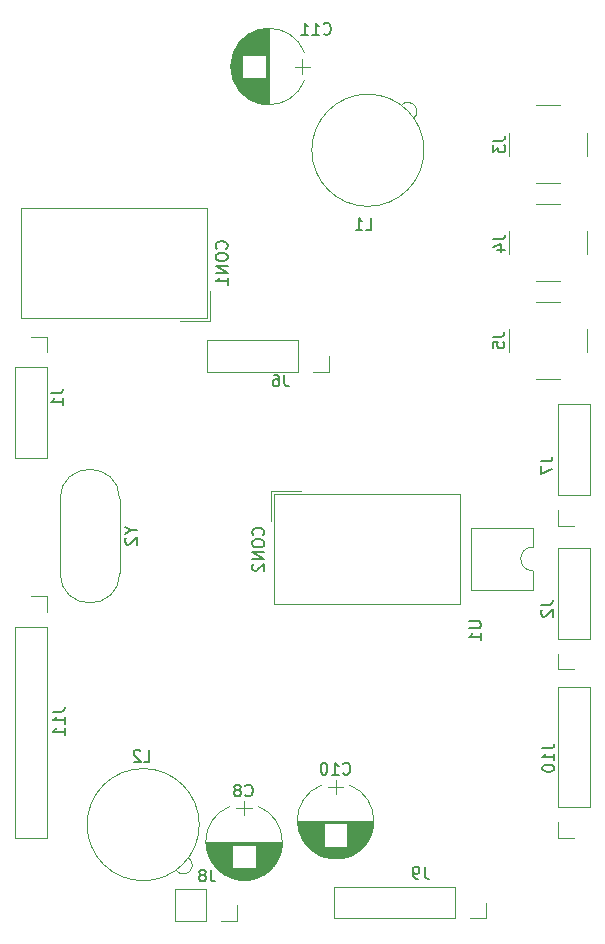
<source format=gbo>
G04 #@! TF.FileFunction,Legend,Bot*
%FSLAX46Y46*%
G04 Gerber Fmt 4.6, Leading zero omitted, Abs format (unit mm)*
G04 Created by KiCad (PCBNEW 4.0.7) date 05/26/22 10:22:03*
%MOMM*%
%LPD*%
G01*
G04 APERTURE LIST*
%ADD10C,0.100000*%
%ADD11C,0.120000*%
%ADD12C,0.150000*%
G04 APERTURE END LIST*
D10*
D11*
X129710000Y-100930000D02*
X129710000Y-98270000D01*
X139930000Y-100930000D02*
X129710000Y-100930000D01*
X139930000Y-98270000D02*
X129710000Y-98270000D01*
X139930000Y-100930000D02*
X139930000Y-98270000D01*
X141200000Y-100930000D02*
X142530000Y-100930000D01*
X142530000Y-100930000D02*
X142530000Y-99600000D01*
X146480000Y-69490000D02*
G75*
G03X146480000Y-71490000I0J-1000000D01*
G01*
X146480000Y-71490000D02*
X146480000Y-73140000D01*
X146480000Y-73140000D02*
X141280000Y-73140000D01*
X141280000Y-73140000D02*
X141280000Y-67840000D01*
X141280000Y-67840000D02*
X146480000Y-67840000D01*
X146480000Y-67840000D02*
X146480000Y-69490000D01*
X118950000Y-54630000D02*
X118950000Y-51970000D01*
X126630000Y-54630000D02*
X118950000Y-54630000D01*
X126630000Y-51970000D02*
X118950000Y-51970000D01*
X126630000Y-54630000D02*
X126630000Y-51970000D01*
X127900000Y-54630000D02*
X129230000Y-54630000D01*
X129230000Y-54630000D02*
X129230000Y-53300000D01*
X120870864Y-97467820D02*
G75*
G02X120870000Y-91432518I1179136J3017820D01*
G01*
X123229136Y-97467820D02*
G75*
G03X123230000Y-91432518I-1179136J3017820D01*
G01*
X123229136Y-97467820D02*
G75*
G02X120870000Y-97467482I-1179136J3017820D01*
G01*
X118850000Y-94450000D02*
X125250000Y-94450000D01*
X118850000Y-94490000D02*
X125250000Y-94490000D01*
X118850000Y-94530000D02*
X125250000Y-94530000D01*
X118852000Y-94570000D02*
X125248000Y-94570000D01*
X118853000Y-94610000D02*
X125247000Y-94610000D01*
X118856000Y-94650000D02*
X125244000Y-94650000D01*
X118858000Y-94690000D02*
X125242000Y-94690000D01*
X118862000Y-94730000D02*
X121070000Y-94730000D01*
X123030000Y-94730000D02*
X125238000Y-94730000D01*
X118865000Y-94770000D02*
X121070000Y-94770000D01*
X123030000Y-94770000D02*
X125235000Y-94770000D01*
X118870000Y-94810000D02*
X121070000Y-94810000D01*
X123030000Y-94810000D02*
X125230000Y-94810000D01*
X118874000Y-94850000D02*
X121070000Y-94850000D01*
X123030000Y-94850000D02*
X125226000Y-94850000D01*
X118880000Y-94890000D02*
X121070000Y-94890000D01*
X123030000Y-94890000D02*
X125220000Y-94890000D01*
X118885000Y-94930000D02*
X121070000Y-94930000D01*
X123030000Y-94930000D02*
X125215000Y-94930000D01*
X118892000Y-94970000D02*
X121070000Y-94970000D01*
X123030000Y-94970000D02*
X125208000Y-94970000D01*
X118898000Y-95010000D02*
X121070000Y-95010000D01*
X123030000Y-95010000D02*
X125202000Y-95010000D01*
X118906000Y-95050000D02*
X121070000Y-95050000D01*
X123030000Y-95050000D02*
X125194000Y-95050000D01*
X118913000Y-95090000D02*
X121070000Y-95090000D01*
X123030000Y-95090000D02*
X125187000Y-95090000D01*
X118922000Y-95130000D02*
X121070000Y-95130000D01*
X123030000Y-95130000D02*
X125178000Y-95130000D01*
X118931000Y-95171000D02*
X121070000Y-95171000D01*
X123030000Y-95171000D02*
X125169000Y-95171000D01*
X118940000Y-95211000D02*
X121070000Y-95211000D01*
X123030000Y-95211000D02*
X125160000Y-95211000D01*
X118950000Y-95251000D02*
X121070000Y-95251000D01*
X123030000Y-95251000D02*
X125150000Y-95251000D01*
X118960000Y-95291000D02*
X121070000Y-95291000D01*
X123030000Y-95291000D02*
X125140000Y-95291000D01*
X118971000Y-95331000D02*
X121070000Y-95331000D01*
X123030000Y-95331000D02*
X125129000Y-95331000D01*
X118983000Y-95371000D02*
X121070000Y-95371000D01*
X123030000Y-95371000D02*
X125117000Y-95371000D01*
X118995000Y-95411000D02*
X121070000Y-95411000D01*
X123030000Y-95411000D02*
X125105000Y-95411000D01*
X119008000Y-95451000D02*
X121070000Y-95451000D01*
X123030000Y-95451000D02*
X125092000Y-95451000D01*
X119021000Y-95491000D02*
X121070000Y-95491000D01*
X123030000Y-95491000D02*
X125079000Y-95491000D01*
X119035000Y-95531000D02*
X121070000Y-95531000D01*
X123030000Y-95531000D02*
X125065000Y-95531000D01*
X119049000Y-95571000D02*
X121070000Y-95571000D01*
X123030000Y-95571000D02*
X125051000Y-95571000D01*
X119064000Y-95611000D02*
X121070000Y-95611000D01*
X123030000Y-95611000D02*
X125036000Y-95611000D01*
X119080000Y-95651000D02*
X121070000Y-95651000D01*
X123030000Y-95651000D02*
X125020000Y-95651000D01*
X119096000Y-95691000D02*
X121070000Y-95691000D01*
X123030000Y-95691000D02*
X125004000Y-95691000D01*
X119113000Y-95731000D02*
X121070000Y-95731000D01*
X123030000Y-95731000D02*
X124987000Y-95731000D01*
X119131000Y-95771000D02*
X121070000Y-95771000D01*
X123030000Y-95771000D02*
X124969000Y-95771000D01*
X119149000Y-95811000D02*
X121070000Y-95811000D01*
X123030000Y-95811000D02*
X124951000Y-95811000D01*
X119168000Y-95851000D02*
X121070000Y-95851000D01*
X123030000Y-95851000D02*
X124932000Y-95851000D01*
X119187000Y-95891000D02*
X121070000Y-95891000D01*
X123030000Y-95891000D02*
X124913000Y-95891000D01*
X119207000Y-95931000D02*
X121070000Y-95931000D01*
X123030000Y-95931000D02*
X124893000Y-95931000D01*
X119228000Y-95971000D02*
X121070000Y-95971000D01*
X123030000Y-95971000D02*
X124872000Y-95971000D01*
X119250000Y-96011000D02*
X121070000Y-96011000D01*
X123030000Y-96011000D02*
X124850000Y-96011000D01*
X119272000Y-96051000D02*
X121070000Y-96051000D01*
X123030000Y-96051000D02*
X124828000Y-96051000D01*
X119295000Y-96091000D02*
X121070000Y-96091000D01*
X123030000Y-96091000D02*
X124805000Y-96091000D01*
X119319000Y-96131000D02*
X121070000Y-96131000D01*
X123030000Y-96131000D02*
X124781000Y-96131000D01*
X119344000Y-96171000D02*
X121070000Y-96171000D01*
X123030000Y-96171000D02*
X124756000Y-96171000D01*
X119369000Y-96211000D02*
X121070000Y-96211000D01*
X123030000Y-96211000D02*
X124731000Y-96211000D01*
X119396000Y-96251000D02*
X121070000Y-96251000D01*
X123030000Y-96251000D02*
X124704000Y-96251000D01*
X119423000Y-96291000D02*
X121070000Y-96291000D01*
X123030000Y-96291000D02*
X124677000Y-96291000D01*
X119451000Y-96331000D02*
X121070000Y-96331000D01*
X123030000Y-96331000D02*
X124649000Y-96331000D01*
X119480000Y-96371000D02*
X121070000Y-96371000D01*
X123030000Y-96371000D02*
X124620000Y-96371000D01*
X119510000Y-96411000D02*
X121070000Y-96411000D01*
X123030000Y-96411000D02*
X124590000Y-96411000D01*
X119540000Y-96451000D02*
X121070000Y-96451000D01*
X123030000Y-96451000D02*
X124560000Y-96451000D01*
X119572000Y-96491000D02*
X121070000Y-96491000D01*
X123030000Y-96491000D02*
X124528000Y-96491000D01*
X119605000Y-96531000D02*
X121070000Y-96531000D01*
X123030000Y-96531000D02*
X124495000Y-96531000D01*
X119639000Y-96571000D02*
X121070000Y-96571000D01*
X123030000Y-96571000D02*
X124461000Y-96571000D01*
X119675000Y-96611000D02*
X121070000Y-96611000D01*
X123030000Y-96611000D02*
X124425000Y-96611000D01*
X119711000Y-96651000D02*
X121070000Y-96651000D01*
X123030000Y-96651000D02*
X124389000Y-96651000D01*
X119749000Y-96691000D02*
X124351000Y-96691000D01*
X119788000Y-96731000D02*
X124312000Y-96731000D01*
X119828000Y-96771000D02*
X124272000Y-96771000D01*
X119870000Y-96811000D02*
X124230000Y-96811000D01*
X119913000Y-96851000D02*
X124187000Y-96851000D01*
X119958000Y-96891000D02*
X124142000Y-96891000D01*
X120005000Y-96931000D02*
X124095000Y-96931000D01*
X120053000Y-96971000D02*
X124047000Y-96971000D01*
X120104000Y-97011000D02*
X123996000Y-97011000D01*
X120156000Y-97051000D02*
X123944000Y-97051000D01*
X120211000Y-97091000D02*
X123889000Y-97091000D01*
X120269000Y-97131000D02*
X123831000Y-97131000D01*
X120329000Y-97171000D02*
X123771000Y-97171000D01*
X120392000Y-97211000D02*
X123708000Y-97211000D01*
X120459000Y-97251000D02*
X123641000Y-97251000D01*
X120530000Y-97291000D02*
X123570000Y-97291000D01*
X120605000Y-97331000D02*
X123495000Y-97331000D01*
X120686000Y-97371000D02*
X123414000Y-97371000D01*
X120772000Y-97411000D02*
X123328000Y-97411000D01*
X120866000Y-97451000D02*
X123234000Y-97451000D01*
X120969000Y-97491000D02*
X123131000Y-97491000D01*
X121084000Y-97531000D02*
X123016000Y-97531000D01*
X121216000Y-97571000D02*
X122884000Y-97571000D01*
X121374000Y-97611000D02*
X122726000Y-97611000D01*
X121582000Y-97651000D02*
X122518000Y-97651000D01*
X122050000Y-91000000D02*
X122050000Y-92200000D01*
X121400000Y-91600000D02*
X122700000Y-91600000D01*
X128620864Y-95667820D02*
G75*
G02X128620000Y-89632518I1179136J3017820D01*
G01*
X130979136Y-95667820D02*
G75*
G03X130980000Y-89632518I-1179136J3017820D01*
G01*
X130979136Y-95667820D02*
G75*
G02X128620000Y-95667482I-1179136J3017820D01*
G01*
X126600000Y-92650000D02*
X133000000Y-92650000D01*
X126600000Y-92690000D02*
X133000000Y-92690000D01*
X126600000Y-92730000D02*
X133000000Y-92730000D01*
X126602000Y-92770000D02*
X132998000Y-92770000D01*
X126603000Y-92810000D02*
X132997000Y-92810000D01*
X126606000Y-92850000D02*
X132994000Y-92850000D01*
X126608000Y-92890000D02*
X132992000Y-92890000D01*
X126612000Y-92930000D02*
X128820000Y-92930000D01*
X130780000Y-92930000D02*
X132988000Y-92930000D01*
X126615000Y-92970000D02*
X128820000Y-92970000D01*
X130780000Y-92970000D02*
X132985000Y-92970000D01*
X126620000Y-93010000D02*
X128820000Y-93010000D01*
X130780000Y-93010000D02*
X132980000Y-93010000D01*
X126624000Y-93050000D02*
X128820000Y-93050000D01*
X130780000Y-93050000D02*
X132976000Y-93050000D01*
X126630000Y-93090000D02*
X128820000Y-93090000D01*
X130780000Y-93090000D02*
X132970000Y-93090000D01*
X126635000Y-93130000D02*
X128820000Y-93130000D01*
X130780000Y-93130000D02*
X132965000Y-93130000D01*
X126642000Y-93170000D02*
X128820000Y-93170000D01*
X130780000Y-93170000D02*
X132958000Y-93170000D01*
X126648000Y-93210000D02*
X128820000Y-93210000D01*
X130780000Y-93210000D02*
X132952000Y-93210000D01*
X126656000Y-93250000D02*
X128820000Y-93250000D01*
X130780000Y-93250000D02*
X132944000Y-93250000D01*
X126663000Y-93290000D02*
X128820000Y-93290000D01*
X130780000Y-93290000D02*
X132937000Y-93290000D01*
X126672000Y-93330000D02*
X128820000Y-93330000D01*
X130780000Y-93330000D02*
X132928000Y-93330000D01*
X126681000Y-93371000D02*
X128820000Y-93371000D01*
X130780000Y-93371000D02*
X132919000Y-93371000D01*
X126690000Y-93411000D02*
X128820000Y-93411000D01*
X130780000Y-93411000D02*
X132910000Y-93411000D01*
X126700000Y-93451000D02*
X128820000Y-93451000D01*
X130780000Y-93451000D02*
X132900000Y-93451000D01*
X126710000Y-93491000D02*
X128820000Y-93491000D01*
X130780000Y-93491000D02*
X132890000Y-93491000D01*
X126721000Y-93531000D02*
X128820000Y-93531000D01*
X130780000Y-93531000D02*
X132879000Y-93531000D01*
X126733000Y-93571000D02*
X128820000Y-93571000D01*
X130780000Y-93571000D02*
X132867000Y-93571000D01*
X126745000Y-93611000D02*
X128820000Y-93611000D01*
X130780000Y-93611000D02*
X132855000Y-93611000D01*
X126758000Y-93651000D02*
X128820000Y-93651000D01*
X130780000Y-93651000D02*
X132842000Y-93651000D01*
X126771000Y-93691000D02*
X128820000Y-93691000D01*
X130780000Y-93691000D02*
X132829000Y-93691000D01*
X126785000Y-93731000D02*
X128820000Y-93731000D01*
X130780000Y-93731000D02*
X132815000Y-93731000D01*
X126799000Y-93771000D02*
X128820000Y-93771000D01*
X130780000Y-93771000D02*
X132801000Y-93771000D01*
X126814000Y-93811000D02*
X128820000Y-93811000D01*
X130780000Y-93811000D02*
X132786000Y-93811000D01*
X126830000Y-93851000D02*
X128820000Y-93851000D01*
X130780000Y-93851000D02*
X132770000Y-93851000D01*
X126846000Y-93891000D02*
X128820000Y-93891000D01*
X130780000Y-93891000D02*
X132754000Y-93891000D01*
X126863000Y-93931000D02*
X128820000Y-93931000D01*
X130780000Y-93931000D02*
X132737000Y-93931000D01*
X126881000Y-93971000D02*
X128820000Y-93971000D01*
X130780000Y-93971000D02*
X132719000Y-93971000D01*
X126899000Y-94011000D02*
X128820000Y-94011000D01*
X130780000Y-94011000D02*
X132701000Y-94011000D01*
X126918000Y-94051000D02*
X128820000Y-94051000D01*
X130780000Y-94051000D02*
X132682000Y-94051000D01*
X126937000Y-94091000D02*
X128820000Y-94091000D01*
X130780000Y-94091000D02*
X132663000Y-94091000D01*
X126957000Y-94131000D02*
X128820000Y-94131000D01*
X130780000Y-94131000D02*
X132643000Y-94131000D01*
X126978000Y-94171000D02*
X128820000Y-94171000D01*
X130780000Y-94171000D02*
X132622000Y-94171000D01*
X127000000Y-94211000D02*
X128820000Y-94211000D01*
X130780000Y-94211000D02*
X132600000Y-94211000D01*
X127022000Y-94251000D02*
X128820000Y-94251000D01*
X130780000Y-94251000D02*
X132578000Y-94251000D01*
X127045000Y-94291000D02*
X128820000Y-94291000D01*
X130780000Y-94291000D02*
X132555000Y-94291000D01*
X127069000Y-94331000D02*
X128820000Y-94331000D01*
X130780000Y-94331000D02*
X132531000Y-94331000D01*
X127094000Y-94371000D02*
X128820000Y-94371000D01*
X130780000Y-94371000D02*
X132506000Y-94371000D01*
X127119000Y-94411000D02*
X128820000Y-94411000D01*
X130780000Y-94411000D02*
X132481000Y-94411000D01*
X127146000Y-94451000D02*
X128820000Y-94451000D01*
X130780000Y-94451000D02*
X132454000Y-94451000D01*
X127173000Y-94491000D02*
X128820000Y-94491000D01*
X130780000Y-94491000D02*
X132427000Y-94491000D01*
X127201000Y-94531000D02*
X128820000Y-94531000D01*
X130780000Y-94531000D02*
X132399000Y-94531000D01*
X127230000Y-94571000D02*
X128820000Y-94571000D01*
X130780000Y-94571000D02*
X132370000Y-94571000D01*
X127260000Y-94611000D02*
X128820000Y-94611000D01*
X130780000Y-94611000D02*
X132340000Y-94611000D01*
X127290000Y-94651000D02*
X128820000Y-94651000D01*
X130780000Y-94651000D02*
X132310000Y-94651000D01*
X127322000Y-94691000D02*
X128820000Y-94691000D01*
X130780000Y-94691000D02*
X132278000Y-94691000D01*
X127355000Y-94731000D02*
X128820000Y-94731000D01*
X130780000Y-94731000D02*
X132245000Y-94731000D01*
X127389000Y-94771000D02*
X128820000Y-94771000D01*
X130780000Y-94771000D02*
X132211000Y-94771000D01*
X127425000Y-94811000D02*
X128820000Y-94811000D01*
X130780000Y-94811000D02*
X132175000Y-94811000D01*
X127461000Y-94851000D02*
X128820000Y-94851000D01*
X130780000Y-94851000D02*
X132139000Y-94851000D01*
X127499000Y-94891000D02*
X132101000Y-94891000D01*
X127538000Y-94931000D02*
X132062000Y-94931000D01*
X127578000Y-94971000D02*
X132022000Y-94971000D01*
X127620000Y-95011000D02*
X131980000Y-95011000D01*
X127663000Y-95051000D02*
X131937000Y-95051000D01*
X127708000Y-95091000D02*
X131892000Y-95091000D01*
X127755000Y-95131000D02*
X131845000Y-95131000D01*
X127803000Y-95171000D02*
X131797000Y-95171000D01*
X127854000Y-95211000D02*
X131746000Y-95211000D01*
X127906000Y-95251000D02*
X131694000Y-95251000D01*
X127961000Y-95291000D02*
X131639000Y-95291000D01*
X128019000Y-95331000D02*
X131581000Y-95331000D01*
X128079000Y-95371000D02*
X131521000Y-95371000D01*
X128142000Y-95411000D02*
X131458000Y-95411000D01*
X128209000Y-95451000D02*
X131391000Y-95451000D01*
X128280000Y-95491000D02*
X131320000Y-95491000D01*
X128355000Y-95531000D02*
X131245000Y-95531000D01*
X128436000Y-95571000D02*
X131164000Y-95571000D01*
X128522000Y-95611000D02*
X131078000Y-95611000D01*
X128616000Y-95651000D02*
X130984000Y-95651000D01*
X128719000Y-95691000D02*
X130881000Y-95691000D01*
X128834000Y-95731000D02*
X130766000Y-95731000D01*
X128966000Y-95771000D02*
X130634000Y-95771000D01*
X129124000Y-95811000D02*
X130476000Y-95811000D01*
X129332000Y-95851000D02*
X130268000Y-95851000D01*
X129800000Y-89200000D02*
X129800000Y-90400000D01*
X129150000Y-89800000D02*
X130450000Y-89800000D01*
X121132180Y-27620864D02*
G75*
G02X127167482Y-27620000I3017820J-1179136D01*
G01*
X121132180Y-29979136D02*
G75*
G03X127167482Y-29980000I3017820J1179136D01*
G01*
X121132180Y-29979136D02*
G75*
G02X121132518Y-27620000I3017820J1179136D01*
G01*
X124150000Y-25600000D02*
X124150000Y-32000000D01*
X124110000Y-25600000D02*
X124110000Y-32000000D01*
X124070000Y-25600000D02*
X124070000Y-32000000D01*
X124030000Y-25602000D02*
X124030000Y-31998000D01*
X123990000Y-25603000D02*
X123990000Y-31997000D01*
X123950000Y-25606000D02*
X123950000Y-31994000D01*
X123910000Y-25608000D02*
X123910000Y-31992000D01*
X123870000Y-25612000D02*
X123870000Y-27820000D01*
X123870000Y-29780000D02*
X123870000Y-31988000D01*
X123830000Y-25615000D02*
X123830000Y-27820000D01*
X123830000Y-29780000D02*
X123830000Y-31985000D01*
X123790000Y-25620000D02*
X123790000Y-27820000D01*
X123790000Y-29780000D02*
X123790000Y-31980000D01*
X123750000Y-25624000D02*
X123750000Y-27820000D01*
X123750000Y-29780000D02*
X123750000Y-31976000D01*
X123710000Y-25630000D02*
X123710000Y-27820000D01*
X123710000Y-29780000D02*
X123710000Y-31970000D01*
X123670000Y-25635000D02*
X123670000Y-27820000D01*
X123670000Y-29780000D02*
X123670000Y-31965000D01*
X123630000Y-25642000D02*
X123630000Y-27820000D01*
X123630000Y-29780000D02*
X123630000Y-31958000D01*
X123590000Y-25648000D02*
X123590000Y-27820000D01*
X123590000Y-29780000D02*
X123590000Y-31952000D01*
X123550000Y-25656000D02*
X123550000Y-27820000D01*
X123550000Y-29780000D02*
X123550000Y-31944000D01*
X123510000Y-25663000D02*
X123510000Y-27820000D01*
X123510000Y-29780000D02*
X123510000Y-31937000D01*
X123470000Y-25672000D02*
X123470000Y-27820000D01*
X123470000Y-29780000D02*
X123470000Y-31928000D01*
X123429000Y-25681000D02*
X123429000Y-27820000D01*
X123429000Y-29780000D02*
X123429000Y-31919000D01*
X123389000Y-25690000D02*
X123389000Y-27820000D01*
X123389000Y-29780000D02*
X123389000Y-31910000D01*
X123349000Y-25700000D02*
X123349000Y-27820000D01*
X123349000Y-29780000D02*
X123349000Y-31900000D01*
X123309000Y-25710000D02*
X123309000Y-27820000D01*
X123309000Y-29780000D02*
X123309000Y-31890000D01*
X123269000Y-25721000D02*
X123269000Y-27820000D01*
X123269000Y-29780000D02*
X123269000Y-31879000D01*
X123229000Y-25733000D02*
X123229000Y-27820000D01*
X123229000Y-29780000D02*
X123229000Y-31867000D01*
X123189000Y-25745000D02*
X123189000Y-27820000D01*
X123189000Y-29780000D02*
X123189000Y-31855000D01*
X123149000Y-25758000D02*
X123149000Y-27820000D01*
X123149000Y-29780000D02*
X123149000Y-31842000D01*
X123109000Y-25771000D02*
X123109000Y-27820000D01*
X123109000Y-29780000D02*
X123109000Y-31829000D01*
X123069000Y-25785000D02*
X123069000Y-27820000D01*
X123069000Y-29780000D02*
X123069000Y-31815000D01*
X123029000Y-25799000D02*
X123029000Y-27820000D01*
X123029000Y-29780000D02*
X123029000Y-31801000D01*
X122989000Y-25814000D02*
X122989000Y-27820000D01*
X122989000Y-29780000D02*
X122989000Y-31786000D01*
X122949000Y-25830000D02*
X122949000Y-27820000D01*
X122949000Y-29780000D02*
X122949000Y-31770000D01*
X122909000Y-25846000D02*
X122909000Y-27820000D01*
X122909000Y-29780000D02*
X122909000Y-31754000D01*
X122869000Y-25863000D02*
X122869000Y-27820000D01*
X122869000Y-29780000D02*
X122869000Y-31737000D01*
X122829000Y-25881000D02*
X122829000Y-27820000D01*
X122829000Y-29780000D02*
X122829000Y-31719000D01*
X122789000Y-25899000D02*
X122789000Y-27820000D01*
X122789000Y-29780000D02*
X122789000Y-31701000D01*
X122749000Y-25918000D02*
X122749000Y-27820000D01*
X122749000Y-29780000D02*
X122749000Y-31682000D01*
X122709000Y-25937000D02*
X122709000Y-27820000D01*
X122709000Y-29780000D02*
X122709000Y-31663000D01*
X122669000Y-25957000D02*
X122669000Y-27820000D01*
X122669000Y-29780000D02*
X122669000Y-31643000D01*
X122629000Y-25978000D02*
X122629000Y-27820000D01*
X122629000Y-29780000D02*
X122629000Y-31622000D01*
X122589000Y-26000000D02*
X122589000Y-27820000D01*
X122589000Y-29780000D02*
X122589000Y-31600000D01*
X122549000Y-26022000D02*
X122549000Y-27820000D01*
X122549000Y-29780000D02*
X122549000Y-31578000D01*
X122509000Y-26045000D02*
X122509000Y-27820000D01*
X122509000Y-29780000D02*
X122509000Y-31555000D01*
X122469000Y-26069000D02*
X122469000Y-27820000D01*
X122469000Y-29780000D02*
X122469000Y-31531000D01*
X122429000Y-26094000D02*
X122429000Y-27820000D01*
X122429000Y-29780000D02*
X122429000Y-31506000D01*
X122389000Y-26119000D02*
X122389000Y-27820000D01*
X122389000Y-29780000D02*
X122389000Y-31481000D01*
X122349000Y-26146000D02*
X122349000Y-27820000D01*
X122349000Y-29780000D02*
X122349000Y-31454000D01*
X122309000Y-26173000D02*
X122309000Y-27820000D01*
X122309000Y-29780000D02*
X122309000Y-31427000D01*
X122269000Y-26201000D02*
X122269000Y-27820000D01*
X122269000Y-29780000D02*
X122269000Y-31399000D01*
X122229000Y-26230000D02*
X122229000Y-27820000D01*
X122229000Y-29780000D02*
X122229000Y-31370000D01*
X122189000Y-26260000D02*
X122189000Y-27820000D01*
X122189000Y-29780000D02*
X122189000Y-31340000D01*
X122149000Y-26290000D02*
X122149000Y-27820000D01*
X122149000Y-29780000D02*
X122149000Y-31310000D01*
X122109000Y-26322000D02*
X122109000Y-27820000D01*
X122109000Y-29780000D02*
X122109000Y-31278000D01*
X122069000Y-26355000D02*
X122069000Y-27820000D01*
X122069000Y-29780000D02*
X122069000Y-31245000D01*
X122029000Y-26389000D02*
X122029000Y-27820000D01*
X122029000Y-29780000D02*
X122029000Y-31211000D01*
X121989000Y-26425000D02*
X121989000Y-27820000D01*
X121989000Y-29780000D02*
X121989000Y-31175000D01*
X121949000Y-26461000D02*
X121949000Y-27820000D01*
X121949000Y-29780000D02*
X121949000Y-31139000D01*
X121909000Y-26499000D02*
X121909000Y-31101000D01*
X121869000Y-26538000D02*
X121869000Y-31062000D01*
X121829000Y-26578000D02*
X121829000Y-31022000D01*
X121789000Y-26620000D02*
X121789000Y-30980000D01*
X121749000Y-26663000D02*
X121749000Y-30937000D01*
X121709000Y-26708000D02*
X121709000Y-30892000D01*
X121669000Y-26755000D02*
X121669000Y-30845000D01*
X121629000Y-26803000D02*
X121629000Y-30797000D01*
X121589000Y-26854000D02*
X121589000Y-30746000D01*
X121549000Y-26906000D02*
X121549000Y-30694000D01*
X121509000Y-26961000D02*
X121509000Y-30639000D01*
X121469000Y-27019000D02*
X121469000Y-30581000D01*
X121429000Y-27079000D02*
X121429000Y-30521000D01*
X121389000Y-27142000D02*
X121389000Y-30458000D01*
X121349000Y-27209000D02*
X121349000Y-30391000D01*
X121309000Y-27280000D02*
X121309000Y-30320000D01*
X121269000Y-27355000D02*
X121269000Y-30245000D01*
X121229000Y-27436000D02*
X121229000Y-30164000D01*
X121189000Y-27522000D02*
X121189000Y-30078000D01*
X121149000Y-27616000D02*
X121149000Y-29984000D01*
X121109000Y-27719000D02*
X121109000Y-29881000D01*
X121069000Y-27834000D02*
X121069000Y-29766000D01*
X121029000Y-27966000D02*
X121029000Y-29634000D01*
X120989000Y-28124000D02*
X120989000Y-29476000D01*
X120949000Y-28332000D02*
X120949000Y-29268000D01*
X127600000Y-28800000D02*
X126400000Y-28800000D01*
X127000000Y-28150000D02*
X127000000Y-29450000D01*
X105330000Y-61950000D02*
X102670000Y-61950000D01*
X105330000Y-54270000D02*
X105330000Y-61950000D01*
X102670000Y-54270000D02*
X102670000Y-61950000D01*
X105330000Y-54270000D02*
X102670000Y-54270000D01*
X105330000Y-53000000D02*
X105330000Y-51670000D01*
X105330000Y-51670000D02*
X104000000Y-51670000D01*
X148670000Y-69550000D02*
X151330000Y-69550000D01*
X148670000Y-77230000D02*
X148670000Y-69550000D01*
X151330000Y-77230000D02*
X151330000Y-69550000D01*
X148670000Y-77230000D02*
X151330000Y-77230000D01*
X148670000Y-78500000D02*
X148670000Y-79830000D01*
X148670000Y-79830000D02*
X150000000Y-79830000D01*
X146800000Y-38700000D02*
X148800000Y-38700000D01*
X146800000Y-32100000D02*
X148800000Y-32100000D01*
X151100000Y-36400000D02*
X151100000Y-34400000D01*
X144500000Y-36400000D02*
X144500000Y-34400000D01*
X146800000Y-47000000D02*
X148800000Y-47000000D01*
X146800000Y-40400000D02*
X148800000Y-40400000D01*
X151100000Y-44700000D02*
X151100000Y-42700000D01*
X144500000Y-44700000D02*
X144500000Y-42700000D01*
X146800000Y-55300000D02*
X148800000Y-55300000D01*
X146800000Y-48700000D02*
X148800000Y-48700000D01*
X151100000Y-53000000D02*
X151100000Y-51000000D01*
X144500000Y-53000000D02*
X144500000Y-51000000D01*
X116230000Y-101130000D02*
X116230000Y-98470000D01*
X118830000Y-101130000D02*
X116230000Y-101130000D01*
X118830000Y-98470000D02*
X116230000Y-98470000D01*
X118830000Y-101130000D02*
X118830000Y-98470000D01*
X120100000Y-101130000D02*
X121430000Y-101130000D01*
X121430000Y-101130000D02*
X121430000Y-99800000D01*
X111525000Y-71685000D02*
X111525000Y-65435000D01*
X106475000Y-71685000D02*
X106475000Y-65435000D01*
X106475000Y-71685000D02*
G75*
G03X111525000Y-71685000I2525000J0D01*
G01*
X106475000Y-65435000D02*
G75*
G02X111525000Y-65435000I2525000J0D01*
G01*
X118950000Y-40755000D02*
X103170000Y-40755000D01*
X103170000Y-40755000D02*
X103170000Y-50105000D01*
X103170000Y-50105000D02*
X118950000Y-50105000D01*
X118950000Y-50105000D02*
X118950000Y-40755000D01*
X119200000Y-50355000D02*
X116660000Y-50355000D01*
X119200000Y-50355000D02*
X119200000Y-47815000D01*
X124550000Y-74345000D02*
X140330000Y-74345000D01*
X140330000Y-74345000D02*
X140330000Y-64995000D01*
X140330000Y-64995000D02*
X124550000Y-64995000D01*
X124550000Y-64995000D02*
X124550000Y-74345000D01*
X124300000Y-64745000D02*
X126840000Y-64745000D01*
X124300000Y-64745000D02*
X124300000Y-67285000D01*
X105330000Y-94110000D02*
X102670000Y-94110000D01*
X105330000Y-76270000D02*
X105330000Y-94110000D01*
X102670000Y-76270000D02*
X102670000Y-94110000D01*
X105330000Y-76270000D02*
X102670000Y-76270000D01*
X105330000Y-75000000D02*
X105330000Y-73670000D01*
X105330000Y-73670000D02*
X104000000Y-73670000D01*
X148670000Y-81310000D02*
X151330000Y-81310000D01*
X148670000Y-91530000D02*
X148670000Y-81310000D01*
X151330000Y-91530000D02*
X151330000Y-81310000D01*
X148670000Y-91530000D02*
X151330000Y-91530000D01*
X148670000Y-92800000D02*
X148670000Y-94130000D01*
X148670000Y-94130000D02*
X150000000Y-94130000D01*
X148670000Y-57400000D02*
X151330000Y-57400000D01*
X148670000Y-65080000D02*
X148670000Y-57400000D01*
X151330000Y-65080000D02*
X151330000Y-57400000D01*
X148670000Y-65080000D02*
X151330000Y-65080000D01*
X148670000Y-66350000D02*
X148670000Y-67680000D01*
X148670000Y-67680000D02*
X150000000Y-67680000D01*
X136390000Y-33110000D02*
X136510000Y-32970000D01*
X136510000Y-32970000D02*
X136600000Y-32810000D01*
X136600000Y-32810000D02*
X136650000Y-32560000D01*
X136650000Y-32560000D02*
X136620000Y-32300000D01*
X136620000Y-32300000D02*
X136470000Y-32040000D01*
X136470000Y-32040000D02*
X136250000Y-31870000D01*
X136250000Y-31870000D02*
X135960000Y-31790000D01*
X135960000Y-31790000D02*
X135670000Y-31830000D01*
X135670000Y-31830000D02*
X135490000Y-31910000D01*
X135490000Y-31910000D02*
X135360000Y-32060000D01*
X137290000Y-35890000D02*
G75*
G03X137290000Y-35890000I-4750000J0D01*
G01*
X116290000Y-96840000D02*
X116430000Y-96960000D01*
X116430000Y-96960000D02*
X116590000Y-97050000D01*
X116590000Y-97050000D02*
X116840000Y-97100000D01*
X116840000Y-97100000D02*
X117100000Y-97070000D01*
X117100000Y-97070000D02*
X117360000Y-96920000D01*
X117360000Y-96920000D02*
X117530000Y-96700000D01*
X117530000Y-96700000D02*
X117610000Y-96410000D01*
X117610000Y-96410000D02*
X117570000Y-96120000D01*
X117570000Y-96120000D02*
X117490000Y-95940000D01*
X117490000Y-95940000D02*
X117340000Y-95810000D01*
X118260000Y-92990000D02*
G75*
G03X118260000Y-92990000I-4750000J0D01*
G01*
D12*
X137333333Y-96552381D02*
X137333333Y-97266667D01*
X137380953Y-97409524D01*
X137476191Y-97504762D01*
X137619048Y-97552381D01*
X137714286Y-97552381D01*
X136809524Y-97552381D02*
X136619048Y-97552381D01*
X136523809Y-97504762D01*
X136476190Y-97457143D01*
X136380952Y-97314286D01*
X136333333Y-97123810D01*
X136333333Y-96742857D01*
X136380952Y-96647619D01*
X136428571Y-96600000D01*
X136523809Y-96552381D01*
X136714286Y-96552381D01*
X136809524Y-96600000D01*
X136857143Y-96647619D01*
X136904762Y-96742857D01*
X136904762Y-96980952D01*
X136857143Y-97076190D01*
X136809524Y-97123810D01*
X136714286Y-97171429D01*
X136523809Y-97171429D01*
X136428571Y-97123810D01*
X136380952Y-97076190D01*
X136333333Y-96980952D01*
X141102381Y-75788095D02*
X141911905Y-75788095D01*
X142007143Y-75835714D01*
X142054762Y-75883333D01*
X142102381Y-75978571D01*
X142102381Y-76169048D01*
X142054762Y-76264286D01*
X142007143Y-76311905D01*
X141911905Y-76359524D01*
X141102381Y-76359524D01*
X142102381Y-77359524D02*
X142102381Y-76788095D01*
X142102381Y-77073809D02*
X141102381Y-77073809D01*
X141245238Y-76978571D01*
X141340476Y-76883333D01*
X141388095Y-76788095D01*
X125473333Y-54892381D02*
X125473333Y-55606667D01*
X125520953Y-55749524D01*
X125616191Y-55844762D01*
X125759048Y-55892381D01*
X125854286Y-55892381D01*
X124568571Y-54892381D02*
X124759048Y-54892381D01*
X124854286Y-54940000D01*
X124901905Y-54987619D01*
X124997143Y-55130476D01*
X125044762Y-55320952D01*
X125044762Y-55701905D01*
X124997143Y-55797143D01*
X124949524Y-55844762D01*
X124854286Y-55892381D01*
X124663809Y-55892381D01*
X124568571Y-55844762D01*
X124520952Y-55797143D01*
X124473333Y-55701905D01*
X124473333Y-55463810D01*
X124520952Y-55368571D01*
X124568571Y-55320952D01*
X124663809Y-55273333D01*
X124854286Y-55273333D01*
X124949524Y-55320952D01*
X124997143Y-55368571D01*
X125044762Y-55463810D01*
X122166666Y-90507143D02*
X122214285Y-90554762D01*
X122357142Y-90602381D01*
X122452380Y-90602381D01*
X122595238Y-90554762D01*
X122690476Y-90459524D01*
X122738095Y-90364286D01*
X122785714Y-90173810D01*
X122785714Y-90030952D01*
X122738095Y-89840476D01*
X122690476Y-89745238D01*
X122595238Y-89650000D01*
X122452380Y-89602381D01*
X122357142Y-89602381D01*
X122214285Y-89650000D01*
X122166666Y-89697619D01*
X121595238Y-90030952D02*
X121690476Y-89983333D01*
X121738095Y-89935714D01*
X121785714Y-89840476D01*
X121785714Y-89792857D01*
X121738095Y-89697619D01*
X121690476Y-89650000D01*
X121595238Y-89602381D01*
X121404761Y-89602381D01*
X121309523Y-89650000D01*
X121261904Y-89697619D01*
X121214285Y-89792857D01*
X121214285Y-89840476D01*
X121261904Y-89935714D01*
X121309523Y-89983333D01*
X121404761Y-90030952D01*
X121595238Y-90030952D01*
X121690476Y-90078571D01*
X121738095Y-90126190D01*
X121785714Y-90221429D01*
X121785714Y-90411905D01*
X121738095Y-90507143D01*
X121690476Y-90554762D01*
X121595238Y-90602381D01*
X121404761Y-90602381D01*
X121309523Y-90554762D01*
X121261904Y-90507143D01*
X121214285Y-90411905D01*
X121214285Y-90221429D01*
X121261904Y-90126190D01*
X121309523Y-90078571D01*
X121404761Y-90030952D01*
X130442857Y-88657143D02*
X130490476Y-88704762D01*
X130633333Y-88752381D01*
X130728571Y-88752381D01*
X130871429Y-88704762D01*
X130966667Y-88609524D01*
X131014286Y-88514286D01*
X131061905Y-88323810D01*
X131061905Y-88180952D01*
X131014286Y-87990476D01*
X130966667Y-87895238D01*
X130871429Y-87800000D01*
X130728571Y-87752381D01*
X130633333Y-87752381D01*
X130490476Y-87800000D01*
X130442857Y-87847619D01*
X129490476Y-88752381D02*
X130061905Y-88752381D01*
X129776191Y-88752381D02*
X129776191Y-87752381D01*
X129871429Y-87895238D01*
X129966667Y-87990476D01*
X130061905Y-88038095D01*
X128871429Y-87752381D02*
X128776190Y-87752381D01*
X128680952Y-87800000D01*
X128633333Y-87847619D01*
X128585714Y-87942857D01*
X128538095Y-88133333D01*
X128538095Y-88371429D01*
X128585714Y-88561905D01*
X128633333Y-88657143D01*
X128680952Y-88704762D01*
X128776190Y-88752381D01*
X128871429Y-88752381D01*
X128966667Y-88704762D01*
X129014286Y-88657143D01*
X129061905Y-88561905D01*
X129109524Y-88371429D01*
X129109524Y-88133333D01*
X129061905Y-87942857D01*
X129014286Y-87847619D01*
X128966667Y-87800000D01*
X128871429Y-87752381D01*
X128792857Y-26007143D02*
X128840476Y-26054762D01*
X128983333Y-26102381D01*
X129078571Y-26102381D01*
X129221429Y-26054762D01*
X129316667Y-25959524D01*
X129364286Y-25864286D01*
X129411905Y-25673810D01*
X129411905Y-25530952D01*
X129364286Y-25340476D01*
X129316667Y-25245238D01*
X129221429Y-25150000D01*
X129078571Y-25102381D01*
X128983333Y-25102381D01*
X128840476Y-25150000D01*
X128792857Y-25197619D01*
X127840476Y-26102381D02*
X128411905Y-26102381D01*
X128126191Y-26102381D02*
X128126191Y-25102381D01*
X128221429Y-25245238D01*
X128316667Y-25340476D01*
X128411905Y-25388095D01*
X126888095Y-26102381D02*
X127459524Y-26102381D01*
X127173810Y-26102381D02*
X127173810Y-25102381D01*
X127269048Y-25245238D01*
X127364286Y-25340476D01*
X127459524Y-25388095D01*
X105702381Y-56466667D02*
X106416667Y-56466667D01*
X106559524Y-56419047D01*
X106654762Y-56323809D01*
X106702381Y-56180952D01*
X106702381Y-56085714D01*
X106702381Y-57466667D02*
X106702381Y-56895238D01*
X106702381Y-57180952D02*
X105702381Y-57180952D01*
X105845238Y-57085714D01*
X105940476Y-56990476D01*
X105988095Y-56895238D01*
X147202381Y-74366667D02*
X147916667Y-74366667D01*
X148059524Y-74319047D01*
X148154762Y-74223809D01*
X148202381Y-74080952D01*
X148202381Y-73985714D01*
X147297619Y-74795238D02*
X147250000Y-74842857D01*
X147202381Y-74938095D01*
X147202381Y-75176191D01*
X147250000Y-75271429D01*
X147297619Y-75319048D01*
X147392857Y-75366667D01*
X147488095Y-75366667D01*
X147630952Y-75319048D01*
X148202381Y-74747619D01*
X148202381Y-75366667D01*
X143152381Y-35066667D02*
X143866667Y-35066667D01*
X144009524Y-35019047D01*
X144104762Y-34923809D01*
X144152381Y-34780952D01*
X144152381Y-34685714D01*
X143152381Y-35447619D02*
X143152381Y-36066667D01*
X143533333Y-35733333D01*
X143533333Y-35876191D01*
X143580952Y-35971429D01*
X143628571Y-36019048D01*
X143723810Y-36066667D01*
X143961905Y-36066667D01*
X144057143Y-36019048D01*
X144104762Y-35971429D01*
X144152381Y-35876191D01*
X144152381Y-35590476D01*
X144104762Y-35495238D01*
X144057143Y-35447619D01*
X143152381Y-43416667D02*
X143866667Y-43416667D01*
X144009524Y-43369047D01*
X144104762Y-43273809D01*
X144152381Y-43130952D01*
X144152381Y-43035714D01*
X143485714Y-44321429D02*
X144152381Y-44321429D01*
X143104762Y-44083333D02*
X143819048Y-43845238D01*
X143819048Y-44464286D01*
X143102381Y-51666667D02*
X143816667Y-51666667D01*
X143959524Y-51619047D01*
X144054762Y-51523809D01*
X144102381Y-51380952D01*
X144102381Y-51285714D01*
X143102381Y-52619048D02*
X143102381Y-52142857D01*
X143578571Y-52095238D01*
X143530952Y-52142857D01*
X143483333Y-52238095D01*
X143483333Y-52476191D01*
X143530952Y-52571429D01*
X143578571Y-52619048D01*
X143673810Y-52666667D01*
X143911905Y-52666667D01*
X144007143Y-52619048D01*
X144054762Y-52571429D01*
X144102381Y-52476191D01*
X144102381Y-52238095D01*
X144054762Y-52142857D01*
X144007143Y-52095238D01*
X119233333Y-96802381D02*
X119233333Y-97516667D01*
X119280953Y-97659524D01*
X119376191Y-97754762D01*
X119519048Y-97802381D01*
X119614286Y-97802381D01*
X118614286Y-97230952D02*
X118709524Y-97183333D01*
X118757143Y-97135714D01*
X118804762Y-97040476D01*
X118804762Y-96992857D01*
X118757143Y-96897619D01*
X118709524Y-96850000D01*
X118614286Y-96802381D01*
X118423809Y-96802381D01*
X118328571Y-96850000D01*
X118280952Y-96897619D01*
X118233333Y-96992857D01*
X118233333Y-97040476D01*
X118280952Y-97135714D01*
X118328571Y-97183333D01*
X118423809Y-97230952D01*
X118614286Y-97230952D01*
X118709524Y-97278571D01*
X118757143Y-97326190D01*
X118804762Y-97421429D01*
X118804762Y-97611905D01*
X118757143Y-97707143D01*
X118709524Y-97754762D01*
X118614286Y-97802381D01*
X118423809Y-97802381D01*
X118328571Y-97754762D01*
X118280952Y-97707143D01*
X118233333Y-97611905D01*
X118233333Y-97421429D01*
X118280952Y-97326190D01*
X118328571Y-97278571D01*
X118423809Y-97230952D01*
X112501190Y-68083809D02*
X112977381Y-68083809D01*
X111977381Y-67750476D02*
X112501190Y-68083809D01*
X111977381Y-68417143D01*
X112072619Y-68702857D02*
X112025000Y-68750476D01*
X111977381Y-68845714D01*
X111977381Y-69083810D01*
X112025000Y-69179048D01*
X112072619Y-69226667D01*
X112167857Y-69274286D01*
X112263095Y-69274286D01*
X112405952Y-69226667D01*
X112977381Y-68655238D01*
X112977381Y-69274286D01*
X120561143Y-44215715D02*
X120608762Y-44168096D01*
X120656381Y-44025239D01*
X120656381Y-43930001D01*
X120608762Y-43787143D01*
X120513524Y-43691905D01*
X120418286Y-43644286D01*
X120227810Y-43596667D01*
X120084952Y-43596667D01*
X119894476Y-43644286D01*
X119799238Y-43691905D01*
X119704000Y-43787143D01*
X119656381Y-43930001D01*
X119656381Y-44025239D01*
X119704000Y-44168096D01*
X119751619Y-44215715D01*
X119656381Y-44834762D02*
X119656381Y-45025239D01*
X119704000Y-45120477D01*
X119799238Y-45215715D01*
X119989714Y-45263334D01*
X120323048Y-45263334D01*
X120513524Y-45215715D01*
X120608762Y-45120477D01*
X120656381Y-45025239D01*
X120656381Y-44834762D01*
X120608762Y-44739524D01*
X120513524Y-44644286D01*
X120323048Y-44596667D01*
X119989714Y-44596667D01*
X119799238Y-44644286D01*
X119704000Y-44739524D01*
X119656381Y-44834762D01*
X120656381Y-45691905D02*
X119656381Y-45691905D01*
X120656381Y-46263334D01*
X119656381Y-46263334D01*
X120656381Y-47263334D02*
X120656381Y-46691905D01*
X120656381Y-46977619D02*
X119656381Y-46977619D01*
X119799238Y-46882381D01*
X119894476Y-46787143D01*
X119942095Y-46691905D01*
X123653143Y-68455715D02*
X123700762Y-68408096D01*
X123748381Y-68265239D01*
X123748381Y-68170001D01*
X123700762Y-68027143D01*
X123605524Y-67931905D01*
X123510286Y-67884286D01*
X123319810Y-67836667D01*
X123176952Y-67836667D01*
X122986476Y-67884286D01*
X122891238Y-67931905D01*
X122796000Y-68027143D01*
X122748381Y-68170001D01*
X122748381Y-68265239D01*
X122796000Y-68408096D01*
X122843619Y-68455715D01*
X122748381Y-69074762D02*
X122748381Y-69265239D01*
X122796000Y-69360477D01*
X122891238Y-69455715D01*
X123081714Y-69503334D01*
X123415048Y-69503334D01*
X123605524Y-69455715D01*
X123700762Y-69360477D01*
X123748381Y-69265239D01*
X123748381Y-69074762D01*
X123700762Y-68979524D01*
X123605524Y-68884286D01*
X123415048Y-68836667D01*
X123081714Y-68836667D01*
X122891238Y-68884286D01*
X122796000Y-68979524D01*
X122748381Y-69074762D01*
X123748381Y-69931905D02*
X122748381Y-69931905D01*
X123748381Y-70503334D01*
X122748381Y-70503334D01*
X122843619Y-70931905D02*
X122796000Y-70979524D01*
X122748381Y-71074762D01*
X122748381Y-71312858D01*
X122796000Y-71408096D01*
X122843619Y-71455715D01*
X122938857Y-71503334D01*
X123034095Y-71503334D01*
X123176952Y-71455715D01*
X123748381Y-70884286D01*
X123748381Y-71503334D01*
X105852381Y-83440477D02*
X106566667Y-83440477D01*
X106709524Y-83392857D01*
X106804762Y-83297619D01*
X106852381Y-83154762D01*
X106852381Y-83059524D01*
X106852381Y-84440477D02*
X106852381Y-83869048D01*
X106852381Y-84154762D02*
X105852381Y-84154762D01*
X105995238Y-84059524D01*
X106090476Y-83964286D01*
X106138095Y-83869048D01*
X106852381Y-85392858D02*
X106852381Y-84821429D01*
X106852381Y-85107143D02*
X105852381Y-85107143D01*
X105995238Y-85011905D01*
X106090476Y-84916667D01*
X106138095Y-84821429D01*
X147302381Y-86540477D02*
X148016667Y-86540477D01*
X148159524Y-86492857D01*
X148254762Y-86397619D01*
X148302381Y-86254762D01*
X148302381Y-86159524D01*
X148302381Y-87540477D02*
X148302381Y-86969048D01*
X148302381Y-87254762D02*
X147302381Y-87254762D01*
X147445238Y-87159524D01*
X147540476Y-87064286D01*
X147588095Y-86969048D01*
X147302381Y-88159524D02*
X147302381Y-88254763D01*
X147350000Y-88350001D01*
X147397619Y-88397620D01*
X147492857Y-88445239D01*
X147683333Y-88492858D01*
X147921429Y-88492858D01*
X148111905Y-88445239D01*
X148207143Y-88397620D01*
X148254762Y-88350001D01*
X148302381Y-88254763D01*
X148302381Y-88159524D01*
X148254762Y-88064286D01*
X148207143Y-88016667D01*
X148111905Y-87969048D01*
X147921429Y-87921429D01*
X147683333Y-87921429D01*
X147492857Y-87969048D01*
X147397619Y-88016667D01*
X147350000Y-88064286D01*
X147302381Y-88159524D01*
X147152381Y-62216667D02*
X147866667Y-62216667D01*
X148009524Y-62169047D01*
X148104762Y-62073809D01*
X148152381Y-61930952D01*
X148152381Y-61835714D01*
X147152381Y-62597619D02*
X147152381Y-63264286D01*
X148152381Y-62835714D01*
X132366666Y-42602381D02*
X132842857Y-42602381D01*
X132842857Y-41602381D01*
X131509523Y-42602381D02*
X132080952Y-42602381D01*
X131795238Y-42602381D02*
X131795238Y-41602381D01*
X131890476Y-41745238D01*
X131985714Y-41840476D01*
X132080952Y-41888095D01*
X113566666Y-87652381D02*
X114042857Y-87652381D01*
X114042857Y-86652381D01*
X113280952Y-86747619D02*
X113233333Y-86700000D01*
X113138095Y-86652381D01*
X112899999Y-86652381D01*
X112804761Y-86700000D01*
X112757142Y-86747619D01*
X112709523Y-86842857D01*
X112709523Y-86938095D01*
X112757142Y-87080952D01*
X113328571Y-87652381D01*
X112709523Y-87652381D01*
M02*

</source>
